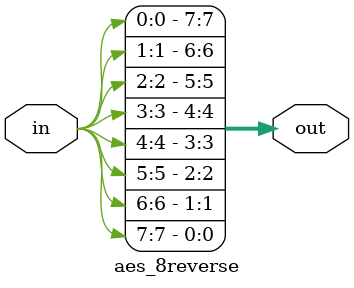
<source format=sv>
module aes_8reverse(input logic [7:0] in, output logic [7 :0] out);


	assign out[7] = in[0];
	assign out[6] = in[1];
	assign out[5] = in[2];
	assign out[4] = in[3];
	assign out[3] = in[4];
	assign out[2] = in[5];
	assign out[1] = in[6];
	assign out[0] = in[7];
endmodule

</source>
